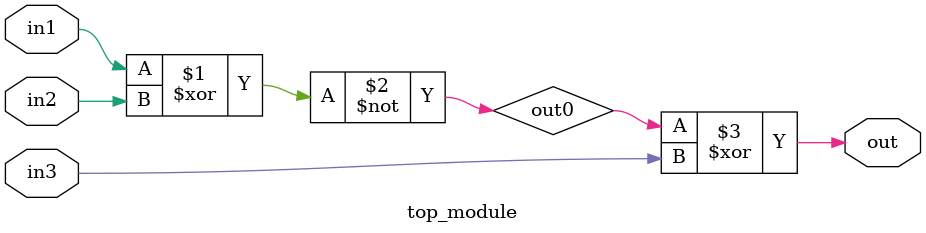
<source format=v>
module top_module (
    input in1,
    input in2,
    input in3,
    output out);

    wire out0 ;
    assign out0 = ~(in1 ^ in2);
    assign out  = (out0 ^ in3);
    
endmodule


</source>
